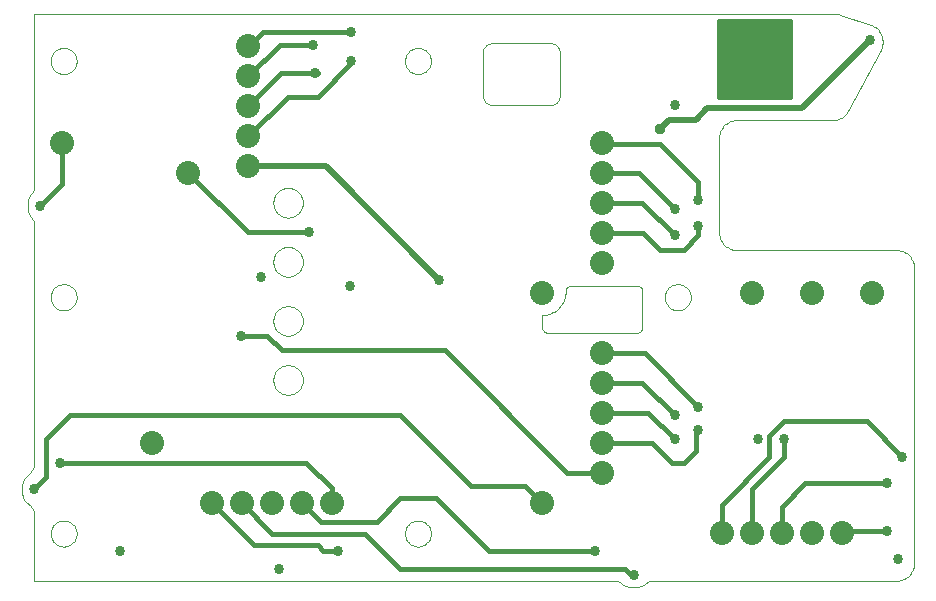
<source format=gtl>
G75*
G70*
%OFA0B0*%
%FSLAX24Y24*%
%IPPOS*%
%LPD*%
%AMOC8*
5,1,8,0,0,1.08239X$1,22.5*
%
%ADD10C,0.0000*%
%ADD11C,0.0340*%
%ADD12C,0.0800*%
%ADD13C,0.0160*%
%ADD14C,0.0376*%
%ADD15C,0.0197*%
D10*
X010181Y005929D02*
X010179Y005968D01*
X010173Y006006D01*
X010164Y006043D01*
X010151Y006080D01*
X010134Y006115D01*
X010115Y006148D01*
X010092Y006179D01*
X010066Y006208D01*
X010065Y006207D02*
X009902Y006370D01*
X009787Y006649D02*
X009787Y006913D01*
X009902Y007192D02*
X010065Y007355D01*
X010181Y007633D02*
X010181Y015622D01*
X010180Y015622D02*
X010178Y015653D01*
X010173Y015684D01*
X010164Y015714D01*
X010152Y015743D01*
X010137Y015770D01*
X010119Y015795D01*
X010099Y015819D01*
X009984Y016098D02*
X009984Y016410D01*
X009986Y016441D01*
X009991Y016472D01*
X010000Y016502D01*
X010012Y016531D01*
X010027Y016558D01*
X010045Y016583D01*
X010065Y016607D01*
X010181Y016885D02*
X010181Y022627D01*
X036857Y022627D01*
X037043Y022597D02*
X038061Y022258D01*
X038061Y022259D02*
X038105Y022242D01*
X038147Y022222D01*
X038187Y022199D01*
X038226Y022173D01*
X038262Y022143D01*
X038296Y022111D01*
X038328Y022077D01*
X038356Y022040D01*
X038382Y022001D01*
X038404Y021960D01*
X038423Y021917D01*
X038439Y021873D01*
X038451Y021828D01*
X038459Y021782D01*
X038464Y021735D01*
X038465Y021689D01*
X038462Y021642D01*
X038456Y021596D01*
X038446Y021550D01*
X038433Y021505D01*
X038416Y021462D01*
X038395Y021420D01*
X037316Y019397D01*
X037293Y019357D01*
X037267Y019320D01*
X037239Y019285D01*
X037207Y019252D01*
X037173Y019221D01*
X037137Y019193D01*
X037099Y019168D01*
X037059Y019146D01*
X037018Y019127D01*
X036975Y019112D01*
X036931Y019100D01*
X036886Y019091D01*
X036841Y019086D01*
X036795Y019084D01*
X033606Y019084D01*
X033606Y019085D02*
X033560Y019083D01*
X033514Y019078D01*
X033468Y019069D01*
X033423Y019056D01*
X033380Y019040D01*
X033338Y019021D01*
X033297Y018998D01*
X033259Y018972D01*
X033222Y018943D01*
X033188Y018912D01*
X033157Y018878D01*
X033128Y018841D01*
X033102Y018803D01*
X033079Y018762D01*
X033060Y018720D01*
X033044Y018677D01*
X033031Y018632D01*
X033022Y018586D01*
X033017Y018540D01*
X033015Y018494D01*
X033015Y015344D01*
X033017Y015298D01*
X033022Y015252D01*
X033031Y015206D01*
X033044Y015161D01*
X033060Y015118D01*
X033079Y015076D01*
X033102Y015035D01*
X033128Y014997D01*
X033157Y014960D01*
X033188Y014926D01*
X033222Y014895D01*
X033259Y014866D01*
X033297Y014840D01*
X033338Y014817D01*
X033380Y014798D01*
X033423Y014782D01*
X033468Y014769D01*
X033514Y014760D01*
X033560Y014755D01*
X033606Y014753D01*
X038921Y014753D01*
X038921Y014754D02*
X038967Y014752D01*
X039013Y014747D01*
X039059Y014738D01*
X039104Y014725D01*
X039147Y014709D01*
X039189Y014690D01*
X039230Y014667D01*
X039268Y014641D01*
X039305Y014612D01*
X039339Y014581D01*
X039370Y014547D01*
X039399Y014510D01*
X039425Y014472D01*
X039448Y014431D01*
X039467Y014389D01*
X039483Y014346D01*
X039496Y014301D01*
X039505Y014255D01*
X039510Y014209D01*
X039512Y014163D01*
X039511Y014163D02*
X039511Y004320D01*
X039512Y004320D02*
X039510Y004274D01*
X039505Y004228D01*
X039496Y004182D01*
X039483Y004137D01*
X039467Y004094D01*
X039448Y004052D01*
X039425Y004011D01*
X039399Y003973D01*
X039370Y003936D01*
X039339Y003902D01*
X039305Y003871D01*
X039268Y003842D01*
X039230Y003816D01*
X039189Y003793D01*
X039147Y003774D01*
X039104Y003758D01*
X039059Y003745D01*
X039013Y003736D01*
X038967Y003731D01*
X038921Y003729D01*
X038921Y003730D02*
X030769Y003730D01*
X030769Y003729D02*
X030738Y003727D01*
X030707Y003722D01*
X030677Y003713D01*
X030648Y003701D01*
X030621Y003686D01*
X030596Y003668D01*
X030572Y003648D01*
X030293Y003533D02*
X030029Y003533D01*
X029990Y003535D01*
X029952Y003541D01*
X029915Y003550D01*
X029878Y003563D01*
X029843Y003580D01*
X029810Y003599D01*
X029779Y003622D01*
X029750Y003648D01*
X029554Y003730D02*
X010181Y003730D01*
X010181Y005929D01*
X009902Y006370D02*
X009876Y006399D01*
X009853Y006430D01*
X009834Y006463D01*
X009817Y006498D01*
X009804Y006535D01*
X009795Y006572D01*
X009789Y006610D01*
X009787Y006649D01*
X009787Y006913D02*
X009789Y006952D01*
X009795Y006990D01*
X009804Y007027D01*
X009817Y007064D01*
X009834Y007099D01*
X009853Y007132D01*
X009876Y007163D01*
X009902Y007192D01*
X010066Y007354D02*
X010092Y007383D01*
X010115Y007414D01*
X010134Y007447D01*
X010151Y007482D01*
X010164Y007519D01*
X010173Y007556D01*
X010179Y007594D01*
X010181Y007633D01*
X010732Y005305D02*
X010734Y005346D01*
X010740Y005387D01*
X010750Y005427D01*
X010763Y005466D01*
X010780Y005503D01*
X010801Y005539D01*
X010825Y005573D01*
X010852Y005604D01*
X010881Y005632D01*
X010914Y005658D01*
X010948Y005680D01*
X010985Y005699D01*
X011023Y005714D01*
X011063Y005726D01*
X011103Y005734D01*
X011144Y005738D01*
X011186Y005738D01*
X011227Y005734D01*
X011267Y005726D01*
X011307Y005714D01*
X011345Y005699D01*
X011381Y005680D01*
X011416Y005658D01*
X011449Y005632D01*
X011478Y005604D01*
X011505Y005573D01*
X011529Y005539D01*
X011550Y005503D01*
X011567Y005466D01*
X011580Y005427D01*
X011590Y005387D01*
X011596Y005346D01*
X011598Y005305D01*
X011596Y005264D01*
X011590Y005223D01*
X011580Y005183D01*
X011567Y005144D01*
X011550Y005107D01*
X011529Y005071D01*
X011505Y005037D01*
X011478Y005006D01*
X011449Y004978D01*
X011416Y004952D01*
X011382Y004930D01*
X011345Y004911D01*
X011307Y004896D01*
X011267Y004884D01*
X011227Y004876D01*
X011186Y004872D01*
X011144Y004872D01*
X011103Y004876D01*
X011063Y004884D01*
X011023Y004896D01*
X010985Y004911D01*
X010949Y004930D01*
X010914Y004952D01*
X010881Y004978D01*
X010852Y005006D01*
X010825Y005037D01*
X010801Y005071D01*
X010780Y005107D01*
X010763Y005144D01*
X010750Y005183D01*
X010740Y005223D01*
X010734Y005264D01*
X010732Y005305D01*
X018153Y010423D02*
X018155Y010467D01*
X018161Y010511D01*
X018171Y010554D01*
X018184Y010596D01*
X018202Y010636D01*
X018223Y010675D01*
X018247Y010712D01*
X018274Y010747D01*
X018305Y010779D01*
X018338Y010808D01*
X018374Y010834D01*
X018412Y010856D01*
X018452Y010875D01*
X018493Y010891D01*
X018536Y010903D01*
X018579Y010911D01*
X018623Y010915D01*
X018667Y010915D01*
X018711Y010911D01*
X018754Y010903D01*
X018797Y010891D01*
X018838Y010875D01*
X018878Y010856D01*
X018916Y010834D01*
X018952Y010808D01*
X018985Y010779D01*
X019016Y010747D01*
X019043Y010712D01*
X019067Y010675D01*
X019088Y010636D01*
X019106Y010596D01*
X019119Y010554D01*
X019129Y010511D01*
X019135Y010467D01*
X019137Y010423D01*
X019135Y010379D01*
X019129Y010335D01*
X019119Y010292D01*
X019106Y010250D01*
X019088Y010210D01*
X019067Y010171D01*
X019043Y010134D01*
X019016Y010099D01*
X018985Y010067D01*
X018952Y010038D01*
X018916Y010012D01*
X018878Y009990D01*
X018838Y009971D01*
X018797Y009955D01*
X018754Y009943D01*
X018711Y009935D01*
X018667Y009931D01*
X018623Y009931D01*
X018579Y009935D01*
X018536Y009943D01*
X018493Y009955D01*
X018452Y009971D01*
X018412Y009990D01*
X018374Y010012D01*
X018338Y010038D01*
X018305Y010067D01*
X018274Y010099D01*
X018247Y010134D01*
X018223Y010171D01*
X018202Y010210D01*
X018184Y010250D01*
X018171Y010292D01*
X018161Y010335D01*
X018155Y010379D01*
X018153Y010423D01*
X018153Y012391D02*
X018155Y012435D01*
X018161Y012479D01*
X018171Y012522D01*
X018184Y012564D01*
X018202Y012604D01*
X018223Y012643D01*
X018247Y012680D01*
X018274Y012715D01*
X018305Y012747D01*
X018338Y012776D01*
X018374Y012802D01*
X018412Y012824D01*
X018452Y012843D01*
X018493Y012859D01*
X018536Y012871D01*
X018579Y012879D01*
X018623Y012883D01*
X018667Y012883D01*
X018711Y012879D01*
X018754Y012871D01*
X018797Y012859D01*
X018838Y012843D01*
X018878Y012824D01*
X018916Y012802D01*
X018952Y012776D01*
X018985Y012747D01*
X019016Y012715D01*
X019043Y012680D01*
X019067Y012643D01*
X019088Y012604D01*
X019106Y012564D01*
X019119Y012522D01*
X019129Y012479D01*
X019135Y012435D01*
X019137Y012391D01*
X019135Y012347D01*
X019129Y012303D01*
X019119Y012260D01*
X019106Y012218D01*
X019088Y012178D01*
X019067Y012139D01*
X019043Y012102D01*
X019016Y012067D01*
X018985Y012035D01*
X018952Y012006D01*
X018916Y011980D01*
X018878Y011958D01*
X018838Y011939D01*
X018797Y011923D01*
X018754Y011911D01*
X018711Y011903D01*
X018667Y011899D01*
X018623Y011899D01*
X018579Y011903D01*
X018536Y011911D01*
X018493Y011923D01*
X018452Y011939D01*
X018412Y011958D01*
X018374Y011980D01*
X018338Y012006D01*
X018305Y012035D01*
X018274Y012067D01*
X018247Y012102D01*
X018223Y012139D01*
X018202Y012178D01*
X018184Y012218D01*
X018171Y012260D01*
X018161Y012303D01*
X018155Y012347D01*
X018153Y012391D01*
X018153Y014360D02*
X018155Y014404D01*
X018161Y014448D01*
X018171Y014491D01*
X018184Y014533D01*
X018202Y014573D01*
X018223Y014612D01*
X018247Y014649D01*
X018274Y014684D01*
X018305Y014716D01*
X018338Y014745D01*
X018374Y014771D01*
X018412Y014793D01*
X018452Y014812D01*
X018493Y014828D01*
X018536Y014840D01*
X018579Y014848D01*
X018623Y014852D01*
X018667Y014852D01*
X018711Y014848D01*
X018754Y014840D01*
X018797Y014828D01*
X018838Y014812D01*
X018878Y014793D01*
X018916Y014771D01*
X018952Y014745D01*
X018985Y014716D01*
X019016Y014684D01*
X019043Y014649D01*
X019067Y014612D01*
X019088Y014573D01*
X019106Y014533D01*
X019119Y014491D01*
X019129Y014448D01*
X019135Y014404D01*
X019137Y014360D01*
X019135Y014316D01*
X019129Y014272D01*
X019119Y014229D01*
X019106Y014187D01*
X019088Y014147D01*
X019067Y014108D01*
X019043Y014071D01*
X019016Y014036D01*
X018985Y014004D01*
X018952Y013975D01*
X018916Y013949D01*
X018878Y013927D01*
X018838Y013908D01*
X018797Y013892D01*
X018754Y013880D01*
X018711Y013872D01*
X018667Y013868D01*
X018623Y013868D01*
X018579Y013872D01*
X018536Y013880D01*
X018493Y013892D01*
X018452Y013908D01*
X018412Y013927D01*
X018374Y013949D01*
X018338Y013975D01*
X018305Y014004D01*
X018274Y014036D01*
X018247Y014071D01*
X018223Y014108D01*
X018202Y014147D01*
X018184Y014187D01*
X018171Y014229D01*
X018161Y014272D01*
X018155Y014316D01*
X018153Y014360D01*
X018153Y016328D02*
X018155Y016372D01*
X018161Y016416D01*
X018171Y016459D01*
X018184Y016501D01*
X018202Y016541D01*
X018223Y016580D01*
X018247Y016617D01*
X018274Y016652D01*
X018305Y016684D01*
X018338Y016713D01*
X018374Y016739D01*
X018412Y016761D01*
X018452Y016780D01*
X018493Y016796D01*
X018536Y016808D01*
X018579Y016816D01*
X018623Y016820D01*
X018667Y016820D01*
X018711Y016816D01*
X018754Y016808D01*
X018797Y016796D01*
X018838Y016780D01*
X018878Y016761D01*
X018916Y016739D01*
X018952Y016713D01*
X018985Y016684D01*
X019016Y016652D01*
X019043Y016617D01*
X019067Y016580D01*
X019088Y016541D01*
X019106Y016501D01*
X019119Y016459D01*
X019129Y016416D01*
X019135Y016372D01*
X019137Y016328D01*
X019135Y016284D01*
X019129Y016240D01*
X019119Y016197D01*
X019106Y016155D01*
X019088Y016115D01*
X019067Y016076D01*
X019043Y016039D01*
X019016Y016004D01*
X018985Y015972D01*
X018952Y015943D01*
X018916Y015917D01*
X018878Y015895D01*
X018838Y015876D01*
X018797Y015860D01*
X018754Y015848D01*
X018711Y015840D01*
X018667Y015836D01*
X018623Y015836D01*
X018579Y015840D01*
X018536Y015848D01*
X018493Y015860D01*
X018452Y015876D01*
X018412Y015895D01*
X018374Y015917D01*
X018338Y015943D01*
X018305Y015972D01*
X018274Y016004D01*
X018247Y016039D01*
X018223Y016076D01*
X018202Y016115D01*
X018184Y016155D01*
X018171Y016197D01*
X018161Y016240D01*
X018155Y016284D01*
X018153Y016328D01*
X010732Y013179D02*
X010734Y013220D01*
X010740Y013261D01*
X010750Y013301D01*
X010763Y013340D01*
X010780Y013377D01*
X010801Y013413D01*
X010825Y013447D01*
X010852Y013478D01*
X010881Y013506D01*
X010914Y013532D01*
X010948Y013554D01*
X010985Y013573D01*
X011023Y013588D01*
X011063Y013600D01*
X011103Y013608D01*
X011144Y013612D01*
X011186Y013612D01*
X011227Y013608D01*
X011267Y013600D01*
X011307Y013588D01*
X011345Y013573D01*
X011381Y013554D01*
X011416Y013532D01*
X011449Y013506D01*
X011478Y013478D01*
X011505Y013447D01*
X011529Y013413D01*
X011550Y013377D01*
X011567Y013340D01*
X011580Y013301D01*
X011590Y013261D01*
X011596Y013220D01*
X011598Y013179D01*
X011596Y013138D01*
X011590Y013097D01*
X011580Y013057D01*
X011567Y013018D01*
X011550Y012981D01*
X011529Y012945D01*
X011505Y012911D01*
X011478Y012880D01*
X011449Y012852D01*
X011416Y012826D01*
X011382Y012804D01*
X011345Y012785D01*
X011307Y012770D01*
X011267Y012758D01*
X011227Y012750D01*
X011186Y012746D01*
X011144Y012746D01*
X011103Y012750D01*
X011063Y012758D01*
X011023Y012770D01*
X010985Y012785D01*
X010949Y012804D01*
X010914Y012826D01*
X010881Y012852D01*
X010852Y012880D01*
X010825Y012911D01*
X010801Y012945D01*
X010780Y012981D01*
X010763Y013018D01*
X010750Y013057D01*
X010740Y013097D01*
X010734Y013138D01*
X010732Y013179D01*
X010099Y015819D02*
X010073Y015848D01*
X010050Y015879D01*
X010031Y015912D01*
X010014Y015947D01*
X010001Y015984D01*
X009992Y016021D01*
X009986Y016059D01*
X009984Y016098D01*
X010066Y016606D02*
X010092Y016635D01*
X010115Y016666D01*
X010134Y016699D01*
X010151Y016734D01*
X010164Y016771D01*
X010173Y016808D01*
X010179Y016846D01*
X010181Y016885D01*
X010732Y021053D02*
X010734Y021094D01*
X010740Y021135D01*
X010750Y021175D01*
X010763Y021214D01*
X010780Y021251D01*
X010801Y021287D01*
X010825Y021321D01*
X010852Y021352D01*
X010881Y021380D01*
X010914Y021406D01*
X010948Y021428D01*
X010985Y021447D01*
X011023Y021462D01*
X011063Y021474D01*
X011103Y021482D01*
X011144Y021486D01*
X011186Y021486D01*
X011227Y021482D01*
X011267Y021474D01*
X011307Y021462D01*
X011345Y021447D01*
X011381Y021428D01*
X011416Y021406D01*
X011449Y021380D01*
X011478Y021352D01*
X011505Y021321D01*
X011529Y021287D01*
X011550Y021251D01*
X011567Y021214D01*
X011580Y021175D01*
X011590Y021135D01*
X011596Y021094D01*
X011598Y021053D01*
X011596Y021012D01*
X011590Y020971D01*
X011580Y020931D01*
X011567Y020892D01*
X011550Y020855D01*
X011529Y020819D01*
X011505Y020785D01*
X011478Y020754D01*
X011449Y020726D01*
X011416Y020700D01*
X011382Y020678D01*
X011345Y020659D01*
X011307Y020644D01*
X011267Y020632D01*
X011227Y020624D01*
X011186Y020620D01*
X011144Y020620D01*
X011103Y020624D01*
X011063Y020632D01*
X011023Y020644D01*
X010985Y020659D01*
X010949Y020678D01*
X010914Y020700D01*
X010881Y020726D01*
X010852Y020754D01*
X010825Y020785D01*
X010801Y020819D01*
X010780Y020855D01*
X010763Y020892D01*
X010750Y020931D01*
X010740Y020971D01*
X010734Y021012D01*
X010732Y021053D01*
X022543Y021053D02*
X022545Y021094D01*
X022551Y021135D01*
X022561Y021175D01*
X022574Y021214D01*
X022591Y021251D01*
X022612Y021287D01*
X022636Y021321D01*
X022663Y021352D01*
X022692Y021380D01*
X022725Y021406D01*
X022759Y021428D01*
X022796Y021447D01*
X022834Y021462D01*
X022874Y021474D01*
X022914Y021482D01*
X022955Y021486D01*
X022997Y021486D01*
X023038Y021482D01*
X023078Y021474D01*
X023118Y021462D01*
X023156Y021447D01*
X023192Y021428D01*
X023227Y021406D01*
X023260Y021380D01*
X023289Y021352D01*
X023316Y021321D01*
X023340Y021287D01*
X023361Y021251D01*
X023378Y021214D01*
X023391Y021175D01*
X023401Y021135D01*
X023407Y021094D01*
X023409Y021053D01*
X023407Y021012D01*
X023401Y020971D01*
X023391Y020931D01*
X023378Y020892D01*
X023361Y020855D01*
X023340Y020819D01*
X023316Y020785D01*
X023289Y020754D01*
X023260Y020726D01*
X023227Y020700D01*
X023193Y020678D01*
X023156Y020659D01*
X023118Y020644D01*
X023078Y020632D01*
X023038Y020624D01*
X022997Y020620D01*
X022955Y020620D01*
X022914Y020624D01*
X022874Y020632D01*
X022834Y020644D01*
X022796Y020659D01*
X022760Y020678D01*
X022725Y020700D01*
X022692Y020726D01*
X022663Y020754D01*
X022636Y020785D01*
X022612Y020819D01*
X022591Y020855D01*
X022574Y020892D01*
X022561Y020931D01*
X022551Y020971D01*
X022545Y021012D01*
X022543Y021053D01*
X025141Y021348D02*
X025141Y019970D01*
X025138Y019934D01*
X025139Y019898D01*
X025143Y019861D01*
X025151Y019826D01*
X025163Y019791D01*
X025178Y019758D01*
X025197Y019727D01*
X025219Y019698D01*
X025244Y019671D01*
X025271Y019647D01*
X025301Y019626D01*
X025333Y019609D01*
X025366Y019594D01*
X025401Y019584D01*
X025437Y019576D01*
X027405Y019576D01*
X027441Y019584D01*
X027476Y019594D01*
X027509Y019609D01*
X027541Y019626D01*
X027571Y019647D01*
X027598Y019671D01*
X027623Y019698D01*
X027645Y019727D01*
X027664Y019758D01*
X027679Y019791D01*
X027691Y019826D01*
X027699Y019861D01*
X027703Y019898D01*
X027704Y019934D01*
X027701Y019970D01*
X027700Y019970D02*
X027700Y021348D01*
X027698Y021381D01*
X027693Y021414D01*
X027683Y021445D01*
X027671Y021476D01*
X027655Y021505D01*
X027636Y021532D01*
X027614Y021557D01*
X027589Y021579D01*
X027562Y021598D01*
X027533Y021614D01*
X027502Y021626D01*
X027471Y021636D01*
X027438Y021641D01*
X027405Y021643D01*
X025437Y021643D01*
X025404Y021641D01*
X025371Y021636D01*
X025340Y021626D01*
X025309Y021614D01*
X025280Y021598D01*
X025253Y021579D01*
X025228Y021557D01*
X025206Y021532D01*
X025187Y021505D01*
X025171Y021476D01*
X025159Y021445D01*
X025149Y021414D01*
X025144Y021381D01*
X025142Y021348D01*
X036857Y022628D02*
X036905Y022626D01*
X036952Y022620D01*
X036998Y022611D01*
X037044Y022598D01*
X030260Y013572D02*
X028094Y013572D01*
X028068Y013570D01*
X028043Y013565D01*
X028019Y013557D01*
X027995Y013546D01*
X027974Y013531D01*
X027955Y013514D01*
X027938Y013495D01*
X027923Y013474D01*
X027912Y013450D01*
X027904Y013426D01*
X027899Y013401D01*
X027897Y013375D01*
X027895Y013321D01*
X027890Y013268D01*
X027881Y013215D01*
X027868Y013163D01*
X027852Y013111D01*
X027832Y013061D01*
X027809Y013013D01*
X027782Y012966D01*
X027753Y012921D01*
X027720Y012878D01*
X027685Y012838D01*
X027647Y012800D01*
X027607Y012765D01*
X027564Y012732D01*
X027519Y012703D01*
X027472Y012676D01*
X027424Y012653D01*
X027374Y012633D01*
X027322Y012617D01*
X027270Y012604D01*
X027217Y012595D01*
X027164Y012590D01*
X027110Y012588D01*
X027110Y012194D01*
X027112Y012168D01*
X027117Y012143D01*
X027125Y012119D01*
X027136Y012096D01*
X027151Y012074D01*
X027168Y012055D01*
X027187Y012038D01*
X027208Y012023D01*
X027232Y012012D01*
X027256Y012004D01*
X027281Y011999D01*
X027307Y011997D01*
X030260Y011997D01*
X030286Y011999D01*
X030311Y012004D01*
X030335Y012012D01*
X030358Y012023D01*
X030380Y012038D01*
X030399Y012055D01*
X030416Y012074D01*
X030431Y012095D01*
X030442Y012119D01*
X030450Y012143D01*
X030455Y012168D01*
X030457Y012194D01*
X030456Y012194D02*
X030456Y013375D01*
X030457Y013375D02*
X030455Y013401D01*
X030450Y013426D01*
X030442Y013450D01*
X030431Y013473D01*
X030416Y013495D01*
X030399Y013514D01*
X030380Y013531D01*
X030359Y013546D01*
X030335Y013557D01*
X030311Y013565D01*
X030286Y013570D01*
X030260Y013572D01*
X031204Y013179D02*
X031206Y013220D01*
X031212Y013261D01*
X031222Y013301D01*
X031235Y013340D01*
X031252Y013377D01*
X031273Y013413D01*
X031297Y013447D01*
X031324Y013478D01*
X031353Y013506D01*
X031386Y013532D01*
X031420Y013554D01*
X031457Y013573D01*
X031495Y013588D01*
X031535Y013600D01*
X031575Y013608D01*
X031616Y013612D01*
X031658Y013612D01*
X031699Y013608D01*
X031739Y013600D01*
X031779Y013588D01*
X031817Y013573D01*
X031853Y013554D01*
X031888Y013532D01*
X031921Y013506D01*
X031950Y013478D01*
X031977Y013447D01*
X032001Y013413D01*
X032022Y013377D01*
X032039Y013340D01*
X032052Y013301D01*
X032062Y013261D01*
X032068Y013220D01*
X032070Y013179D01*
X032068Y013138D01*
X032062Y013097D01*
X032052Y013057D01*
X032039Y013018D01*
X032022Y012981D01*
X032001Y012945D01*
X031977Y012911D01*
X031950Y012880D01*
X031921Y012852D01*
X031888Y012826D01*
X031854Y012804D01*
X031817Y012785D01*
X031779Y012770D01*
X031739Y012758D01*
X031699Y012750D01*
X031658Y012746D01*
X031616Y012746D01*
X031575Y012750D01*
X031535Y012758D01*
X031495Y012770D01*
X031457Y012785D01*
X031421Y012804D01*
X031386Y012826D01*
X031353Y012852D01*
X031324Y012880D01*
X031297Y012911D01*
X031273Y012945D01*
X031252Y012981D01*
X031235Y013018D01*
X031222Y013057D01*
X031212Y013097D01*
X031206Y013138D01*
X031204Y013179D01*
X022543Y005305D02*
X022545Y005346D01*
X022551Y005387D01*
X022561Y005427D01*
X022574Y005466D01*
X022591Y005503D01*
X022612Y005539D01*
X022636Y005573D01*
X022663Y005604D01*
X022692Y005632D01*
X022725Y005658D01*
X022759Y005680D01*
X022796Y005699D01*
X022834Y005714D01*
X022874Y005726D01*
X022914Y005734D01*
X022955Y005738D01*
X022997Y005738D01*
X023038Y005734D01*
X023078Y005726D01*
X023118Y005714D01*
X023156Y005699D01*
X023192Y005680D01*
X023227Y005658D01*
X023260Y005632D01*
X023289Y005604D01*
X023316Y005573D01*
X023340Y005539D01*
X023361Y005503D01*
X023378Y005466D01*
X023391Y005427D01*
X023401Y005387D01*
X023407Y005346D01*
X023409Y005305D01*
X023407Y005264D01*
X023401Y005223D01*
X023391Y005183D01*
X023378Y005144D01*
X023361Y005107D01*
X023340Y005071D01*
X023316Y005037D01*
X023289Y005006D01*
X023260Y004978D01*
X023227Y004952D01*
X023193Y004930D01*
X023156Y004911D01*
X023118Y004896D01*
X023078Y004884D01*
X023038Y004876D01*
X022997Y004872D01*
X022955Y004872D01*
X022914Y004876D01*
X022874Y004884D01*
X022834Y004896D01*
X022796Y004911D01*
X022760Y004930D01*
X022725Y004952D01*
X022692Y004978D01*
X022663Y005006D01*
X022636Y005037D01*
X022612Y005071D01*
X022591Y005107D01*
X022574Y005144D01*
X022561Y005183D01*
X022551Y005223D01*
X022545Y005264D01*
X022543Y005305D01*
X029554Y003729D02*
X029585Y003727D01*
X029616Y003722D01*
X029646Y003713D01*
X029675Y003701D01*
X029702Y003686D01*
X029727Y003668D01*
X029751Y003648D01*
X030293Y003533D02*
X030332Y003535D01*
X030370Y003541D01*
X030407Y003550D01*
X030444Y003563D01*
X030479Y003580D01*
X030512Y003599D01*
X030543Y003622D01*
X030572Y003648D01*
D11*
X030161Y003927D03*
X028882Y004714D03*
X031539Y008454D03*
X031539Y009242D03*
X032326Y009537D03*
X032326Y008749D03*
X034295Y008454D03*
X035181Y008454D03*
X038626Y006978D03*
X039118Y007864D03*
X038626Y005403D03*
X038980Y004458D03*
X023685Y013769D03*
X020712Y013572D03*
X019334Y015344D03*
X017760Y013868D03*
X017071Y011899D03*
X011047Y007647D03*
X010181Y006781D03*
X013035Y004714D03*
X018350Y004123D03*
X020319Y004714D03*
X031539Y015246D03*
X032326Y015541D03*
X031539Y016131D03*
X032326Y016427D03*
X031539Y019576D03*
X038055Y021761D03*
X020752Y022037D03*
X019492Y021604D03*
X020752Y021053D03*
X019531Y020659D03*
X010378Y016230D03*
D12*
X011094Y018336D03*
X015307Y017336D03*
X017307Y017549D03*
X017307Y018549D03*
X017307Y019549D03*
X017307Y020549D03*
X017307Y021549D03*
X029094Y018336D03*
X029094Y017336D03*
X029094Y016336D03*
X029094Y015336D03*
X029094Y014336D03*
X027094Y013336D03*
X029094Y011336D03*
X029094Y010336D03*
X029094Y009336D03*
X029094Y008336D03*
X029094Y007336D03*
X027094Y006336D03*
X033094Y005336D03*
X034094Y005336D03*
X035094Y005336D03*
X036094Y005336D03*
X037094Y005336D03*
X036094Y013336D03*
X034094Y013336D03*
X038094Y013336D03*
X020094Y006336D03*
X019094Y006336D03*
X018094Y006336D03*
X017094Y006336D03*
X016094Y006336D03*
X014094Y008336D03*
D13*
X016094Y006336D02*
X017519Y004911D01*
X019630Y004911D01*
X019826Y004714D01*
X020319Y004714D01*
X021204Y005305D02*
X022386Y004123D01*
X029866Y004123D01*
X030063Y003927D01*
X030161Y003927D01*
X028882Y004714D02*
X025338Y004714D01*
X023567Y006486D01*
X022386Y006486D01*
X021598Y005698D01*
X019732Y005698D01*
X019094Y006336D01*
X020094Y006336D02*
X020094Y006809D01*
X019236Y007667D01*
X011067Y007667D01*
X011047Y007647D01*
X010574Y007175D02*
X010181Y006781D01*
X010574Y007175D02*
X010574Y008454D01*
X011362Y009242D01*
X022386Y009242D01*
X024748Y006879D01*
X026551Y006879D01*
X027094Y006336D01*
X027933Y007336D02*
X029094Y007336D01*
X027933Y007336D02*
X023862Y011407D01*
X018449Y011407D01*
X017956Y011899D01*
X017071Y011899D01*
X017299Y015344D02*
X019334Y015344D01*
X017299Y015344D02*
X015307Y017336D01*
X017307Y018549D02*
X018630Y019871D01*
X019630Y019871D01*
X020752Y020994D01*
X020752Y021053D01*
X019630Y020659D02*
X019531Y020659D01*
X018417Y020659D01*
X017307Y019549D01*
X017307Y020549D02*
X018362Y021604D01*
X019492Y021604D01*
X020752Y022037D02*
X017795Y022037D01*
X017307Y021549D01*
X011094Y018336D02*
X011094Y016946D01*
X010378Y016230D01*
X017094Y006336D02*
X018126Y005305D01*
X021204Y005305D01*
X029094Y008336D02*
X030771Y008336D01*
X031441Y007667D01*
X031834Y007667D01*
X032228Y008060D01*
X032228Y008651D01*
X032326Y008749D01*
X032326Y009537D02*
X030527Y011336D01*
X029094Y011336D01*
X029094Y010336D02*
X030445Y010336D01*
X031539Y009242D01*
X031539Y008454D02*
X030657Y009336D01*
X029094Y009336D01*
X033094Y006269D02*
X034689Y007864D01*
X034689Y008553D01*
X035181Y009045D01*
X037937Y009045D01*
X039118Y007864D01*
X038626Y006978D02*
X035870Y006978D01*
X035094Y006202D01*
X035094Y005336D01*
X034094Y005336D02*
X034094Y006777D01*
X035181Y007864D01*
X035181Y008454D01*
X033094Y006269D02*
X033094Y005336D01*
X037094Y005336D02*
X037161Y005403D01*
X038626Y005403D01*
X031834Y014753D02*
X031047Y014753D01*
X030464Y015336D01*
X029094Y015336D01*
X029094Y016336D02*
X030449Y016336D01*
X031539Y015246D01*
X031834Y014753D02*
X032326Y015246D01*
X032326Y015541D01*
X031539Y016131D02*
X030334Y017336D01*
X029094Y017336D01*
X029134Y018297D02*
X029094Y018336D01*
X029134Y018297D02*
X031047Y018297D01*
X032326Y017017D01*
X032326Y016427D01*
X033015Y019871D02*
X033015Y022397D01*
X035378Y022397D01*
X035378Y019871D01*
X033015Y019871D01*
X033015Y019983D02*
X035378Y019983D01*
X035378Y020142D02*
X033015Y020142D01*
X033015Y020300D02*
X035378Y020300D01*
X035378Y020459D02*
X033015Y020459D01*
X033015Y020617D02*
X035378Y020617D01*
X035378Y020776D02*
X033015Y020776D01*
X033015Y020934D02*
X035378Y020934D01*
X035378Y021093D02*
X033015Y021093D01*
X033015Y021251D02*
X035378Y021251D01*
X035378Y021410D02*
X033015Y021410D01*
X033015Y021569D02*
X035378Y021569D01*
X035378Y021727D02*
X033015Y021727D01*
X033015Y021886D02*
X035378Y021886D01*
X035378Y022044D02*
X033015Y022044D01*
X033015Y022203D02*
X035378Y022203D01*
X035378Y022361D02*
X033015Y022361D01*
D14*
X033409Y020265D03*
X034984Y020265D03*
X031047Y018789D03*
D15*
X031342Y019084D01*
X032228Y019084D01*
X032622Y019478D01*
X035771Y019478D01*
X038055Y021761D01*
X023685Y013769D02*
X019905Y017549D01*
X017307Y017549D01*
M02*

</source>
